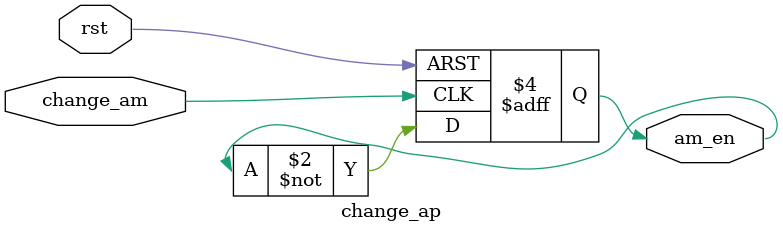
<source format=v>
`timescale 1ns / 1ps


module change_ap(
     change_am,
     rst,
     am_en
    );
    input change_am;
    input rst;
    output reg am_en;
    
    initial begin
        am_en = 1'b1;
    end
    
    always@(posedge change_am or posedge rst)
        if(rst)
            am_en <= 1'b1;
        else if(change_am)
            am_en <= ~am_en;
        else
            am_en <= am_en;
endmodule

</source>
